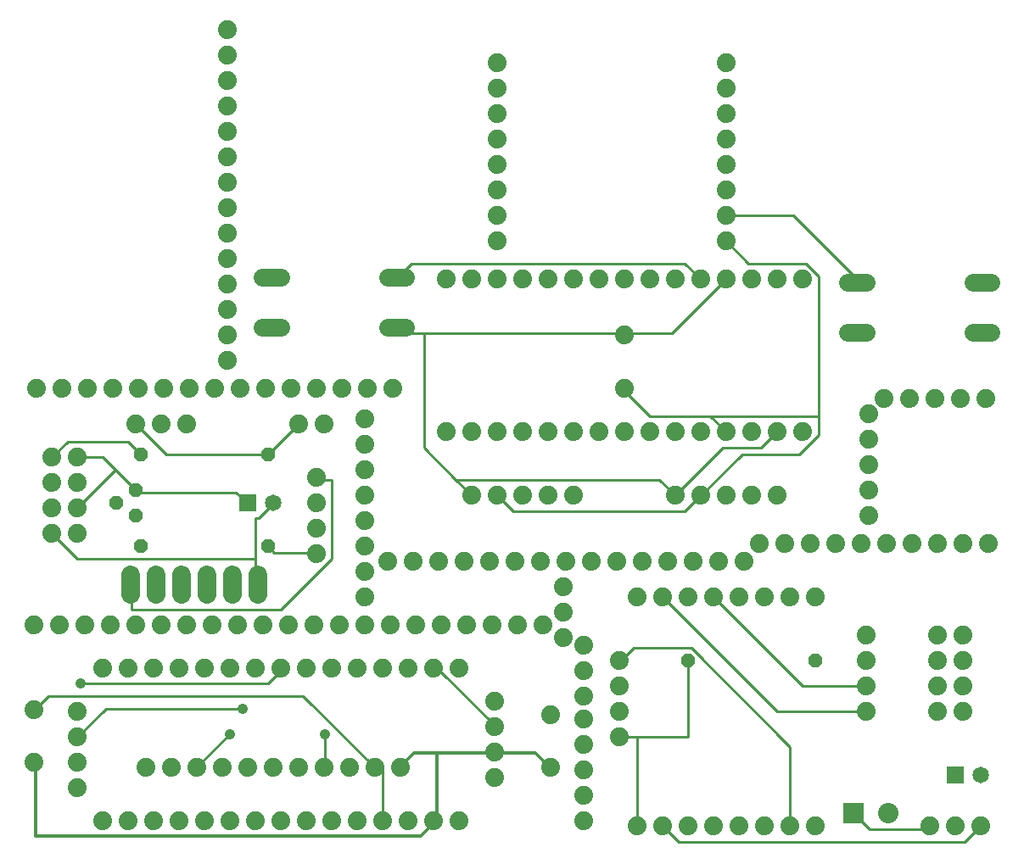
<source format=gbr>
G04 EAGLE Gerber RS-274X export*
G75*
%MOMM*%
%FSLAX34Y34*%
%LPD*%
%INBottom Copper*%
%IPPOS*%
%AMOC8*
5,1,8,0,0,1.08239X$1,22.5*%
G01*
%ADD10C,1.879600*%
%ADD11P,1.429621X8X202.500000*%
%ADD12C,1.790700*%
%ADD13P,1.429621X8X112.500000*%
%ADD14R,1.651000X1.651000*%
%ADD15C,1.651000*%
%ADD16R,2.032000X2.032000*%
%ADD17C,2.032000*%
%ADD18C,1.879600*%
%ADD19C,0.304800*%
%ADD20C,0.254000*%
%ADD21C,1.066800*%


D10*
X444500Y182880D03*
X419100Y182880D03*
X393700Y182880D03*
X368300Y182880D03*
X342900Y182880D03*
X317500Y182880D03*
X292100Y182880D03*
X266700Y182880D03*
X241300Y182880D03*
X215900Y182880D03*
X190500Y182880D03*
X165100Y182880D03*
X139700Y182880D03*
X114300Y182880D03*
X88900Y182880D03*
X88900Y30480D03*
X114300Y30480D03*
X139700Y30480D03*
X165100Y30480D03*
X190500Y30480D03*
X215900Y30480D03*
X241300Y30480D03*
X266700Y30480D03*
X292100Y30480D03*
X317500Y30480D03*
X342900Y30480D03*
X368300Y30480D03*
X393700Y30480D03*
X419100Y30480D03*
X444500Y30480D03*
X63500Y63500D03*
X63500Y88900D03*
X63500Y114300D03*
X63500Y139700D03*
X480060Y149860D03*
X480060Y124460D03*
X480060Y99060D03*
X480060Y73660D03*
X535940Y136398D03*
X535940Y83820D03*
X20320Y141478D03*
X20320Y88900D03*
X622300Y25400D03*
X647700Y25400D03*
X673100Y25400D03*
X698500Y25400D03*
X723900Y25400D03*
X749300Y25400D03*
X774700Y25400D03*
X800100Y25400D03*
X800100Y254000D03*
X774700Y254000D03*
X749300Y254000D03*
X723900Y254000D03*
X698500Y254000D03*
X673100Y254000D03*
X647700Y254000D03*
X622300Y254000D03*
X604520Y114300D03*
X604520Y139700D03*
X604520Y165100D03*
X604520Y190500D03*
X850900Y139700D03*
X850900Y165100D03*
X850900Y190500D03*
X850900Y215900D03*
D11*
X800100Y190500D03*
X673100Y190500D03*
D10*
X431800Y419100D03*
X457200Y419100D03*
X482600Y419100D03*
X508000Y419100D03*
X533400Y419100D03*
X558800Y419100D03*
X584200Y419100D03*
X609600Y419100D03*
X635000Y419100D03*
X660400Y419100D03*
X685800Y419100D03*
X711200Y419100D03*
X736600Y419100D03*
X762000Y419100D03*
X787400Y419100D03*
X787400Y571500D03*
X762000Y571500D03*
X736600Y571500D03*
X711200Y571500D03*
X685800Y571500D03*
X660400Y571500D03*
X635000Y571500D03*
X609600Y571500D03*
X584200Y571500D03*
X558800Y571500D03*
X533400Y571500D03*
X508000Y571500D03*
X482600Y571500D03*
X457200Y571500D03*
X431800Y571500D03*
X457200Y355600D03*
X482600Y355600D03*
X508000Y355600D03*
X533400Y355600D03*
X558800Y355600D03*
X660400Y355600D03*
X685800Y355600D03*
X711200Y355600D03*
X736600Y355600D03*
X762000Y355600D03*
D12*
X391478Y573532D02*
X373571Y573532D01*
X266510Y573532D02*
X248603Y573532D01*
X373571Y523748D02*
X391478Y523748D01*
X266510Y523748D02*
X248603Y523748D01*
X832803Y518668D02*
X850710Y518668D01*
X957771Y518668D02*
X975678Y518668D01*
X850710Y568452D02*
X832803Y568452D01*
X957771Y568452D02*
X975678Y568452D01*
D10*
X63500Y317500D03*
X63500Y342900D03*
X63500Y368300D03*
X63500Y393700D03*
X38100Y393700D03*
X38100Y368300D03*
X38100Y342900D03*
X38100Y317500D03*
X172720Y426720D03*
X147320Y426720D03*
X121920Y426720D03*
X302260Y373380D03*
X302260Y347980D03*
X302260Y322580D03*
X302260Y297180D03*
X284480Y426720D03*
X309880Y426720D03*
D13*
X121920Y360680D03*
X102870Y347980D03*
X121920Y335280D03*
D11*
X254000Y304800D03*
X127000Y304800D03*
X254000Y396240D03*
X127000Y396240D03*
D14*
X233880Y347980D03*
D15*
X258880Y347980D03*
D10*
X386080Y83820D03*
X360680Y83820D03*
X335280Y83820D03*
X309880Y83820D03*
X284480Y83820D03*
X259080Y83820D03*
X233680Y83820D03*
X208280Y83820D03*
X182880Y83820D03*
X157480Y83820D03*
X132080Y83820D03*
X947420Y139700D03*
X947420Y165100D03*
X947420Y190500D03*
X947420Y215900D03*
X922020Y215900D03*
X922020Y190500D03*
X922020Y165100D03*
X922020Y139700D03*
X965200Y25400D03*
X939800Y25400D03*
X914400Y25400D03*
D14*
X940000Y76200D03*
D15*
X965000Y76200D03*
D16*
X838200Y38100D03*
D17*
X873200Y38100D03*
D10*
X373380Y289560D03*
X398780Y289560D03*
X424180Y289560D03*
X449580Y289560D03*
X474980Y289560D03*
X500380Y289560D03*
X525780Y289560D03*
X551180Y289560D03*
X576580Y289560D03*
X601980Y289560D03*
X627380Y289560D03*
X652780Y289560D03*
X678180Y289560D03*
X703580Y289560D03*
X728980Y289560D03*
X96520Y226060D03*
X121920Y226060D03*
X147320Y226060D03*
X172720Y226060D03*
X198120Y226060D03*
X223520Y226060D03*
X248920Y226060D03*
X274320Y226060D03*
X299720Y226060D03*
X325120Y226060D03*
X350520Y226060D03*
X375920Y226060D03*
X401320Y226060D03*
X426720Y226060D03*
X452120Y226060D03*
X350520Y254000D03*
X350520Y279400D03*
X350520Y304800D03*
X20320Y226060D03*
X45720Y226060D03*
X71120Y226060D03*
X350520Y381000D03*
X350520Y355600D03*
X350520Y330200D03*
X528320Y226060D03*
X502920Y226060D03*
X477520Y226060D03*
X548640Y213360D03*
X548640Y238760D03*
X548640Y264160D03*
X568960Y154940D03*
X568960Y180340D03*
X568960Y205740D03*
X568960Y81280D03*
X568960Y106680D03*
X568960Y132080D03*
X568960Y30480D03*
X568960Y55880D03*
X350520Y406400D03*
X350520Y431800D03*
X22860Y462280D03*
X48260Y462280D03*
X73660Y462280D03*
X99060Y462280D03*
X124460Y462280D03*
X149860Y462280D03*
X175260Y462280D03*
X200660Y462280D03*
X226060Y462280D03*
X251460Y462280D03*
X276860Y462280D03*
X302260Y462280D03*
X327660Y462280D03*
X353060Y462280D03*
X378460Y462280D03*
D18*
X116840Y276098D02*
X116840Y257302D01*
X142240Y257302D02*
X142240Y276098D01*
X167640Y276098D02*
X167640Y257302D01*
X193040Y257302D02*
X193040Y276098D01*
X218440Y276098D02*
X218440Y257302D01*
X243840Y257302D02*
X243840Y276098D01*
D10*
X609600Y515620D03*
X609600Y462280D03*
X711200Y609600D03*
X711200Y635000D03*
X711200Y660400D03*
X711200Y685800D03*
X711200Y711200D03*
X711200Y736600D03*
X711200Y762000D03*
X711200Y787400D03*
X482600Y609600D03*
X482600Y635000D03*
X482600Y660400D03*
X482600Y685800D03*
X482600Y711200D03*
X482600Y736600D03*
X482600Y762000D03*
X482600Y787400D03*
X853440Y335280D03*
X853440Y360680D03*
X853440Y386080D03*
X853440Y411480D03*
X853440Y436880D03*
X868680Y452120D03*
X894080Y452120D03*
X919480Y452120D03*
X944880Y452120D03*
X970280Y452120D03*
X213360Y490220D03*
X213360Y515620D03*
X213360Y541020D03*
X213360Y566420D03*
X213360Y591820D03*
X213360Y617220D03*
X213360Y642620D03*
X213360Y668020D03*
X213360Y693420D03*
X213360Y718820D03*
X213360Y744220D03*
X213360Y769620D03*
X213360Y795020D03*
X213360Y820420D03*
X744220Y307340D03*
X769620Y307340D03*
X795020Y307340D03*
X820420Y307340D03*
X845820Y307340D03*
X871220Y307340D03*
X896620Y307340D03*
X922020Y307340D03*
X947420Y307340D03*
X972820Y307340D03*
D19*
X400050Y98425D02*
X387350Y85725D01*
X422275Y98425D02*
X479425Y98425D01*
X422275Y98425D02*
X400050Y98425D01*
X387350Y85725D02*
X386080Y83820D01*
X479425Y98425D02*
X480060Y99060D01*
X520700Y98425D02*
X533400Y85725D01*
X520700Y98425D02*
X482600Y98425D01*
X533400Y85725D02*
X535940Y83820D01*
X482600Y98425D02*
X480060Y99060D01*
X22225Y88900D02*
X22225Y15875D01*
X406400Y15875D01*
X419100Y28575D01*
X22225Y88900D02*
X20320Y88900D01*
X419100Y30480D02*
X419100Y28575D01*
X422275Y31750D02*
X422275Y98425D01*
X422275Y31750D02*
X419100Y31750D01*
X419100Y30480D01*
D20*
X311150Y85725D02*
X311150Y117475D01*
X311150Y85725D02*
X309880Y83820D01*
D21*
X311150Y117475D03*
D20*
X254000Y168275D02*
X66675Y168275D01*
X254000Y168275D02*
X266700Y180975D01*
X266700Y182880D01*
D21*
X66675Y168275D03*
D20*
X92075Y142875D02*
X63500Y114300D01*
X92075Y142875D02*
X228600Y142875D01*
D21*
X228600Y142875D03*
D20*
X215900Y117475D02*
X184150Y85725D01*
X182880Y83820D01*
D21*
X215900Y117475D03*
D20*
X34925Y155575D02*
X22225Y142875D01*
X34925Y155575D02*
X288925Y155575D01*
X360680Y83820D01*
X22225Y142875D02*
X20320Y141478D01*
X368300Y82550D02*
X368300Y30480D01*
X368300Y82550D02*
X361950Y82550D01*
X360680Y83820D01*
X425450Y180975D02*
X479425Y127000D01*
X425450Y180975D02*
X419100Y180975D01*
X479425Y127000D02*
X480060Y124460D01*
X419100Y180975D02*
X419100Y182880D01*
X673100Y190500D02*
X673100Y114300D01*
X622300Y114300D02*
X604520Y114300D01*
X622300Y114300D02*
X673100Y114300D01*
X622300Y114300D02*
X622300Y25400D01*
X647700Y25400D02*
X663575Y9525D01*
X949325Y9525D01*
X965200Y25400D01*
X619125Y203200D02*
X606425Y190500D01*
X619125Y203200D02*
X676275Y203200D01*
X774700Y104775D01*
X774700Y25400D01*
X606425Y190500D02*
X604520Y190500D01*
X698500Y254000D02*
X787400Y165100D01*
X850900Y165100D01*
X762000Y139700D02*
X647700Y254000D01*
X762000Y139700D02*
X850900Y139700D01*
X841375Y571500D02*
X777875Y635000D01*
X711200Y635000D01*
X841375Y571500D02*
X841756Y568452D01*
X708025Y403225D02*
X660400Y355600D01*
X708025Y403225D02*
X746125Y403225D01*
X762000Y419100D01*
X387350Y517525D02*
X384175Y520700D01*
X409575Y517525D02*
X609600Y517525D01*
X409575Y517525D02*
X387350Y517525D01*
X384175Y520700D02*
X382524Y523748D01*
X409575Y403225D02*
X441325Y371475D01*
X457200Y355600D01*
X409575Y403225D02*
X409575Y517525D01*
X644525Y371475D02*
X660400Y355600D01*
X644525Y371475D02*
X441325Y371475D01*
X657225Y517525D02*
X711200Y571500D01*
X657225Y517525D02*
X609600Y517525D01*
X609600Y515620D01*
X482600Y355600D02*
X498475Y339725D01*
X669925Y339725D01*
X685800Y355600D01*
X635000Y434975D02*
X609600Y460375D01*
X635000Y434975D02*
X695325Y434975D01*
X711200Y419100D01*
X609600Y460375D02*
X609600Y462280D01*
X733425Y587375D02*
X711200Y609600D01*
X733425Y587375D02*
X790575Y587375D01*
X803275Y574675D01*
X803275Y434975D01*
X695325Y434975D01*
X727075Y396875D02*
X685800Y355600D01*
X727075Y396875D02*
X784225Y396875D01*
X803275Y415925D01*
X803275Y434975D01*
X396875Y587375D02*
X384175Y574675D01*
X396875Y587375D02*
X669925Y587375D01*
X685800Y571500D01*
X384175Y574675D02*
X382524Y573532D01*
X282575Y425450D02*
X254000Y396875D01*
X282575Y425450D02*
X284480Y426720D01*
X152400Y396875D02*
X123825Y425450D01*
X152400Y396875D02*
X254000Y396875D01*
X123825Y425450D02*
X121920Y426720D01*
X254000Y396875D02*
X254000Y396240D01*
X241300Y333375D02*
X241300Y292100D01*
X241300Y266700D01*
X241300Y333375D02*
X244475Y333375D01*
X257175Y346075D01*
X243840Y266700D02*
X241300Y266700D01*
X257175Y346075D02*
X258880Y347980D01*
X63500Y292100D02*
X38100Y317500D01*
X63500Y292100D02*
X241300Y292100D01*
X101600Y381000D02*
X88900Y393700D01*
X101600Y381000D02*
X121920Y360680D01*
X88900Y393700D02*
X63500Y393700D01*
X222250Y358775D02*
X231775Y349250D01*
X222250Y358775D02*
X123825Y358775D01*
X231775Y349250D02*
X233880Y347980D01*
X123825Y358775D02*
X121920Y360680D01*
X101600Y381000D02*
X63500Y342900D01*
X117475Y266700D02*
X117475Y241300D01*
X266700Y241300D01*
X317500Y292100D01*
X317500Y371475D01*
X304800Y371475D01*
X117475Y266700D02*
X116840Y266700D01*
X302260Y373380D02*
X304800Y371475D01*
X53975Y409575D02*
X38100Y393700D01*
X53975Y409575D02*
X114300Y409575D01*
X127000Y396875D01*
X127000Y396240D01*
X254000Y304800D02*
X260350Y298450D01*
X301625Y298450D01*
X302260Y297180D01*
X911225Y22225D02*
X914400Y25400D01*
X911225Y22225D02*
X854075Y22225D01*
X838200Y38100D01*
M02*

</source>
